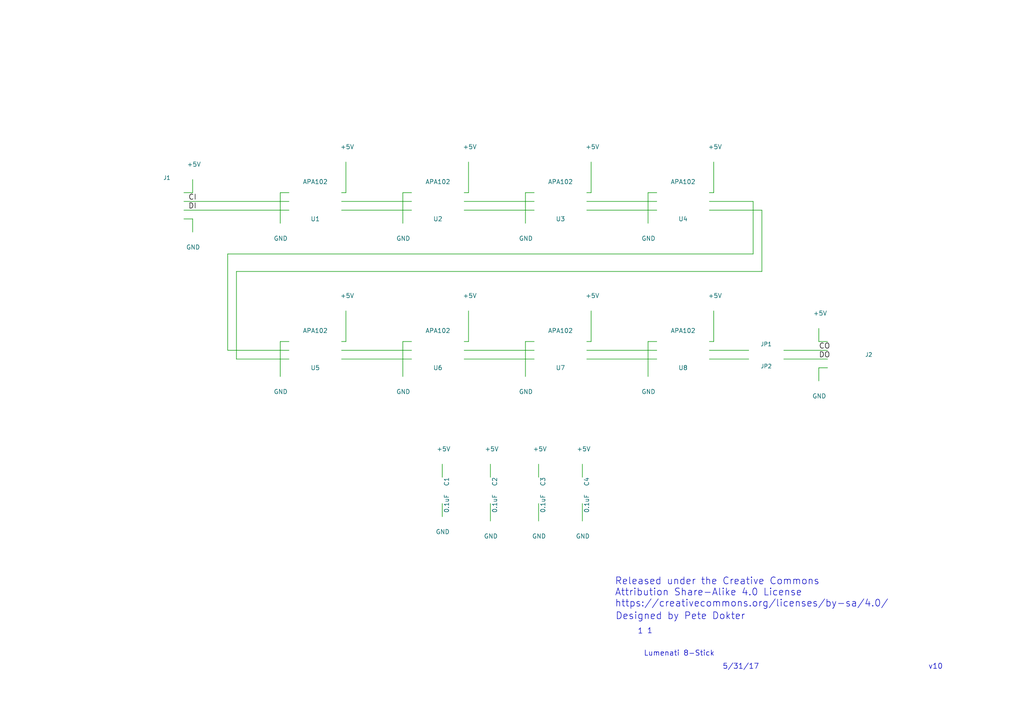
<source format=kicad_sch>
(kicad_sch (version 20230121) (generator eeschema)
  (paper "A4")
  (lib_symbols)
  (wire (pts (xy 53.34 63.5) (xy 55.88 63.5)))
  (wire (pts (xy 134.62 104.14) (xy 154.94 104.14)))
  (wire (pts (xy 205.74 104.14) (xy 217.17 104.14)))
  (wire (pts (xy 187.96 109.22) (xy 187.96 99.06)))
  (wire (pts (xy 83.82 99.06) (xy 81.28 99.06)))
  (wire (pts (xy 134.62 58.42) (xy 154.94 58.42)))
  (wire (pts (xy 99.06 55.88) (xy 100.33 55.88)))
  (wire (pts (xy 170.18 104.14) (xy 190.5 104.14)))
  (wire (pts (xy 83.82 104.14) (xy 68.58 104.14)))
  (wire (pts (xy 187.96 55.88) (xy 187.96 64.77)))
  (wire (pts (xy 68.58 78.74) (xy 68.58 104.14)))
  (wire (pts (xy 99.06 58.42) (xy 119.38 58.42)))
  (wire (pts (xy 154.94 99.06) (xy 152.4 99.06)))
  (wire (pts (xy 99.06 60.96) (xy 119.38 60.96)))
  (wire (pts (xy 190.5 55.88) (xy 187.96 55.88)))
  (wire (pts (xy 152.4 55.88) (xy 152.4 64.77)))
  (wire (pts (xy 100.33 90.17) (xy 100.33 99.06)))
  (wire (pts (xy 220.98 60.96) (xy 220.98 78.74)))
  (wire (pts (xy 99.06 104.14) (xy 119.38 104.14)))
  (wire (pts (xy 207.01 46.99) (xy 207.01 55.88)))
  (wire (pts (xy 134.62 60.96) (xy 154.94 60.96)))
  (wire (pts (xy 142.24 146.05) (xy 142.24 151.13)))
  (wire (pts (xy 240.03 106.68) (xy 237.49 106.68)))
  (wire (pts (xy 207.01 90.17) (xy 207.01 99.06)))
  (wire (pts (xy 154.94 55.88) (xy 152.4 55.88)))
  (wire (pts (xy 171.45 46.99) (xy 171.45 55.88)))
  (wire (pts (xy 218.44 73.66) (xy 66.04 73.66)))
  (wire (pts (xy 237.49 95.25) (xy 237.49 99.06)))
  (wire (pts (xy 81.28 99.06) (xy 81.28 109.22)))
  (wire (pts (xy 170.18 58.42) (xy 190.5 58.42)))
  (wire (pts (xy 116.84 64.77) (xy 116.84 55.88)))
  (wire (pts (xy 128.27 146.05) (xy 128.27 149.86)))
  (wire (pts (xy 227.33 101.6) (xy 240.03 101.6)))
  (wire (pts (xy 116.84 55.88) (xy 119.38 55.88)))
  (wire (pts (xy 207.01 99.06) (xy 205.74 99.06)))
  (wire (pts (xy 134.62 101.6) (xy 154.94 101.6)))
  (wire (pts (xy 53.34 60.96) (xy 83.82 60.96)))
  (wire (pts (xy 171.45 90.17) (xy 171.45 99.06)))
  (wire (pts (xy 55.88 63.5) (xy 55.88 67.31)))
  (wire (pts (xy 170.18 101.6) (xy 190.5 101.6)))
  (wire (pts (xy 237.49 99.06) (xy 240.03 99.06)))
  (wire (pts (xy 116.84 99.06) (xy 116.84 109.22)))
  (wire (pts (xy 81.28 55.88) (xy 81.28 64.77)))
  (wire (pts (xy 135.89 90.17) (xy 135.89 99.06)))
  (wire (pts (xy 187.96 99.06) (xy 190.5 99.06)))
  (wire (pts (xy 128.27 134.62) (xy 128.27 138.43)))
  (wire (pts (xy 135.89 46.99) (xy 135.89 55.88)))
  (wire (pts (xy 53.34 55.88) (xy 55.88 55.88)))
  (wire (pts (xy 168.91 146.05) (xy 168.91 151.13)))
  (wire (pts (xy 156.21 146.05) (xy 156.21 151.13)))
  (wire (pts (xy 168.91 134.62) (xy 168.91 138.43)))
  (wire (pts (xy 217.17 101.6) (xy 205.74 101.6)))
  (wire (pts (xy 66.04 101.6) (xy 83.82 101.6)))
  (wire (pts (xy 207.01 55.88) (xy 205.74 55.88)))
  (wire (pts (xy 171.45 99.06) (xy 170.18 99.06)))
  (wire (pts (xy 170.18 60.96) (xy 190.5 60.96)))
  (wire (pts (xy 135.89 99.06) (xy 134.62 99.06)))
  (wire (pts (xy 220.98 60.96) (xy 205.74 60.96)))
  (wire (pts (xy 156.21 134.62) (xy 156.21 138.43)))
  (wire (pts (xy 220.98 78.74) (xy 68.58 78.74)))
  (wire (pts (xy 205.74 58.42) (xy 218.44 58.42)))
  (wire (pts (xy 142.24 134.62) (xy 142.24 138.43)))
  (wire (pts (xy 218.44 58.42) (xy 218.44 73.66)))
  (wire (pts (xy 55.88 55.88) (xy 55.88 52.07)))
  (wire (pts (xy 100.33 99.06) (xy 99.06 99.06)))
  (wire (pts (xy 240.03 104.14) (xy 227.33 104.14)))
  (wire (pts (xy 237.49 106.68) (xy 237.49 110.49)))
  (wire (pts (xy 100.33 55.88) (xy 100.33 46.99)))
  (wire (pts (xy 171.45 55.88) (xy 170.18 55.88)))
  (wire (pts (xy 99.06 101.6) (xy 119.38 101.6)))
  (wire (pts (xy 66.04 73.66) (xy 66.04 101.6)))
  (wire (pts (xy 83.82 55.88) (xy 81.28 55.88)))
  (wire (pts (xy 53.34 58.42) (xy 83.82 58.42)))
  (wire (pts (xy 152.4 99.06) (xy 152.4 109.22)))
  (wire (pts (xy 119.38 99.06) (xy 116.84 99.06)))
  (wire (pts (xy 135.89 55.88) (xy 134.62 55.88)))
  (text "Released under the Creative Commons\nAttribution Share-Alike 4.0 License\nhttps://creativecommons.org/licenses/by-sa/4.0/" (at 178.308 176.3014 0) (effects (font (size 2.0066 2.0066)) (justify left bottom)))
  (text "v10" (at 269.24 194.31 0) (effects (font (size 1.524 1.524)) (justify left bottom)))
  (text "Lumenati 8-Stick" (at 186.69 190.5 0) (effects (font (size 1.524 1.524)) (justify left bottom)))
  (text "5/31/17" (at 209.55 194.31 0) (effects (font (size 1.524 1.524)) (justify left bottom)))
  (text "1" (at 184.912 184.0738 0) (effects (font (size 1.524 1.524)) (justify left bottom)))
  (text "1" (at 187.6552 183.9976 0) (effects (font (size 1.524 1.524)) (justify left bottom)))
  (text "Designed by Pete Dokter" (at 178.4604 179.959 0) (effects (font (size 2.0066 2.0066)) (justify left bottom)))
  (label "DO" (at 237.49 104.14 0) (effects (font (size 1.524 1.524))))
  (label "DI" (at 54.61 60.96 0) (effects (font (size 1.524 1.524))))
  (label "CO" (at 237.49 101.6 0) (effects (font (size 1.524 1.524))))
  (label "CI" (at 54.61 58.42 0) (effects (font (size 1.524 1.524))))
  (symbol (lib_id "APA102") (at 91.44 58.42 0) (mirror x) (unit 1)
    (property "Reference" "U1" (at 91.44 63.5 0))
    (property "Value" "APA102" (at 91.44 52.7304 0))
    (property "Footprint" "Pete:APA102_3" (effects hide))
    (property "Datasheet" "DOCUMENTATION" (effects hide))
  )
  (symbol (lib_id "APA102") (at 127 58.42 0) (mirror x) (unit 1)
    (property "Reference" "U2" (at 127 63.5 0))
    (property "Value" "APA102" (at 127 52.7304 0))
    (property "Footprint" "Pete:APA102_3" (effects hide))
    (property "Datasheet" "DOCUMENTATION" (effects hide))
  )
  (symbol (lib_id "APA102") (at 162.56 58.42 0) (mirror x) (unit 1)
    (property "Reference" "U3" (at 162.56 63.5 0))
    (property "Value" "APA102" (at 162.56 52.7304 0))
    (property "Footprint" "Pete:APA102_3" (effects hide))
    (property "Datasheet" "DOCUMENTATION" (effects hide))
  )
  (symbol (lib_id "APA102") (at 198.12 58.42 0) (mirror x) (unit 1)
    (property "Reference" "U4" (at 198.12 63.5 0))
    (property "Value" "APA102" (at 198.12 52.7304 0))
    (property "Footprint" "Pete:APA102_3" (effects hide))
    (property "Datasheet" "DOCUMENTATION" (effects hide))
  )
  (symbol (lib_id "APA102") (at 91.44 101.6 0) (mirror x) (unit 1)
    (property "Reference" "U5" (at 91.44 106.68 0))
    (property "Value" "APA102" (at 91.44 95.9104 0))
    (property "Footprint" "Pete:APA102_3" (effects hide))
    (property "Datasheet" "DOCUMENTATION" (effects hide))
  )
  (symbol (lib_id "APA102") (at 127 101.6 0) (mirror x) (unit 1)
    (property "Reference" "U6" (at 127 106.68 0))
    (property "Value" "APA102" (at 127 95.9104 0))
    (property "Footprint" "Pete:APA102_3" (effects hide))
    (property "Datasheet" "DOCUMENTATION" (effects hide))
  )
  (symbol (lib_id "APA102") (at 162.56 101.6 0) (mirror x) (unit 1)
    (property "Reference" "U7" (at 162.56 106.68 0))
    (property "Value" "APA102" (at 162.56 95.9104 0))
    (property "Footprint" "Pete:APA102_3" (effects hide))
    (property "Datasheet" "DOCUMENTATION" (effects hide))
  )
  (symbol (lib_id "APA102") (at 198.12 101.6 0) (mirror x) (unit 1)
    (property "Reference" "U8" (at 198.12 106.68 0))
    (property "Value" "APA102" (at 198.12 95.9104 0))
    (property "Footprint" "Pete:APA102_3" (effects hide))
    (property "Datasheet" "DOCUMENTATION" (effects hide))
  )
  (symbol (lib_id "C") (at 128.27 142.24 180) (unit 1)
    (property "Reference" "C1" (at 129.54 139.7 90))
    (property "Value" "0.1uF" (at 129.54 146.05 90))
    (property "Footprint" "Pete:0603_revised" (effects hide))
  )
  (symbol (lib_id "C") (at 142.24 142.24 180) (unit 1)
    (property "Reference" "C2" (at 143.51 139.7 90))
    (property "Value" "0.1uF" (at 143.51 146.05 90))
    (property "Footprint" "Pete:0603_revised" (effects hide))
  )
  (symbol (lib_id "C") (at 156.21 142.24 180) (unit 1)
    (property "Reference" "C3" (at 157.48 139.7 90))
    (property "Value" "0.1uF" (at 157.48 146.05 90))
    (property "Footprint" "Pete:0603_revised" (effects hide))
  )
  (symbol (lib_id "C") (at 168.91 142.24 180) (unit 1)
    (property "Reference" "C4" (at 170.18 139.7 90))
    (property "Value" "0.1uF" (at 170.18 146.05 90))
    (property "Footprint" "Pete:0603_revised" (effects hide))
  )
  (symbol (lib_id "+5V") (at 100.33 46.99 0) (unit 1)
    (property "Reference" "#PWR01" (effects hide))
    (property "Value" "+5V" (at 100.711 42.5958 0))
  )
  (symbol (lib_id "GND") (at 187.96 64.77 0) (unit 1)
    (property "Reference" "#PWR02" (effects hide))
    (property "Value" "GND" (at 188.087 69.1642 0))
  )
  (symbol (lib_id "GND") (at 187.96 109.22 0) (unit 1)
    (property "Reference" "#PWR03" (effects hide))
    (property "Value" "GND" (at 188.087 113.6142 0))
  )
  (symbol (lib_id "+5V") (at 100.33 90.17 0) (unit 1)
    (property "Reference" "#PWR04" (effects hide))
    (property "Value" "+5V" (at 100.711 85.7758 0))
  )
  (symbol (lib_id "+5V") (at 55.88 52.07 0) (unit 1)
    (property "Reference" "#PWR05" (effects hide))
    (property "Value" "+5V" (at 56.261 47.6758 0))
  )
  (symbol (lib_id "GND") (at 55.88 67.31 0) (unit 1)
    (property "Reference" "#PWR06" (effects hide))
    (property "Value" "GND" (at 56.007 71.7042 0))
  )
  (symbol (lib_id "+5V") (at 135.89 90.17 0) (unit 1)
    (property "Reference" "#PWR07" (effects hide))
    (property "Value" "+5V" (at 136.271 85.7758 0))
  )
  (symbol (lib_id "+5V") (at 207.01 90.17 0) (unit 1)
    (property "Reference" "#PWR08" (effects hide))
    (property "Value" "+5V" (at 207.391 85.7758 0))
  )
  (symbol (lib_id "+5V") (at 171.45 90.17 0) (unit 1)
    (property "Reference" "#PWR09" (effects hide))
    (property "Value" "+5V" (at 171.831 85.7758 0))
  )
  (symbol (lib_id "GND") (at 152.4 109.22 0) (unit 1)
    (property "Reference" "#PWR010" (effects hide))
    (property "Value" "GND" (at 152.527 113.6142 0))
  )
  (symbol (lib_id "GND") (at 116.84 109.22 0) (unit 1)
    (property "Reference" "#PWR011" (effects hide))
    (property "Value" "GND" (at 116.967 113.6142 0))
  )
  (symbol (lib_id "GND") (at 81.28 109.22 0) (unit 1)
    (property "Reference" "#PWR012" (effects hide))
    (property "Value" "GND" (at 81.407 113.6142 0))
  )
  (symbol (lib_id "+5V") (at 135.89 46.99 0) (unit 1)
    (property "Reference" "#PWR013" (effects hide))
    (property "Value" "+5V" (at 136.271 42.5958 0))
  )
  (symbol (lib_id "+5V") (at 171.45 46.99 0) (unit 1)
    (property "Reference" "#PWR014" (effects hide))
    (property "Value" "+5V" (at 171.831 42.5958 0))
  )
  (symbol (lib_id "+5V") (at 207.01 46.99 0) (unit 1)
    (property "Reference" "#PWR015" (effects hide))
    (property "Value" "+5V" (at 207.391 42.5958 0))
  )
  (symbol (lib_id "GND") (at 152.4 64.77 0) (unit 1)
    (property "Reference" "#PWR016" (effects hide))
    (property "Value" "GND" (at 152.527 69.1642 0))
  )
  (symbol (lib_id "GND") (at 116.84 64.77 0) (unit 1)
    (property "Reference" "#PWR017" (effects hide))
    (property "Value" "GND" (at 116.967 69.1642 0))
  )
  (symbol (lib_id "GND") (at 81.28 64.77 0) (unit 1)
    (property "Reference" "#PWR018" (effects hide))
    (property "Value" "GND" (at 81.407 69.1642 0))
  )
  (symbol (lib_id "OSHW-LOGOMINI") (at 158.75 184.15 0) (unit 1)
    (property "Reference" "LOGO2" (effects hide))
    (property "Value" "OSHW-LOGOMINI" (effects hide))
    (property "Footprint" "SparkFun:OSHW-LOGO-MINI" (effects hide))
  )
  (symbol (lib_id "SFE_LOGO_NAME_FLAME.1_INCH") (at 86.36 196.85 0) (unit 1)
    (property "Reference" "LOGO1" (effects hide))
    (property "Value" "SFE_LOGO_NAME_FLAME.1_INCH" (effects hide))
    (property "Footprint" "SparkFun:SFE_LOGO_NAME_FLAME_.1" (effects hide))
  )
  (symbol (lib_id "GND") (at 128.27 149.86 0) (unit 1)
    (property "Reference" "#PWR019" (effects hide))
    (property "Value" "GND" (at 128.397 154.2542 0))
  )
  (symbol (lib_id "GND") (at 142.24 151.13 0) (unit 1)
    (property "Reference" "#PWR020" (effects hide))
    (property "Value" "GND" (at 142.367 155.5242 0))
  )
  (symbol (lib_id "GND") (at 156.21 151.13 0) (unit 1)
    (property "Reference" "#PWR021" (effects hide))
    (property "Value" "GND" (at 156.337 155.5242 0))
  )
  (symbol (lib_id "GND") (at 168.91 151.13 0) (unit 1)
    (property "Reference" "#PWR022" (effects hide))
    (property "Value" "GND" (at 169.037 155.5242 0))
  )
  (symbol (lib_id "+5V") (at 128.27 134.62 0) (unit 1)
    (property "Reference" "#PWR023" (effects hide))
    (property "Value" "+5V" (at 128.651 130.2258 0))
  )
  (symbol (lib_id "+5V") (at 142.24 134.62 0) (unit 1)
    (property "Reference" "#PWR024" (effects hide))
    (property "Value" "+5V" (at 142.621 130.2258 0))
  )
  (symbol (lib_id "+5V") (at 156.21 134.62 0) (unit 1)
    (property "Reference" "#PWR025" (effects hide))
    (property "Value" "+5V" (at 156.591 130.2258 0))
  )
  (symbol (lib_id "+5V") (at 168.91 134.62 0) (unit 1)
    (property "Reference" "#PWR026" (effects hide))
    (property "Value" "+5V" (at 169.291 130.2258 0))
  )
  (symbol (lib_id "CONN_041X04_NO_SILK") (at 48.26 60.96 0) (unit 1)
    (property "Reference" "J1" (at 48.4124 51.562 0) (effects (font (size 1.143 1.143))))
    (property "Value" "CONN_041X04_NO_SILK" (effects hide))
    (property "Footprint" "SFE_Connectors:1X04_NO_SILK" (effects hide))
  )
  (symbol (lib_id "CONN_041X04_NO_SILK") (at 245.11 101.6 180) (unit 1)
    (property "Reference" "J2" (at 250.9012 102.87 0) (effects (font (size 1.143 1.143)) (justify right)))
    (property "Value" "CONN_041X04_NO_SILK" (effects hide))
    (property "Footprint" "SFE_Connectors:1X04_NO_SILK" (effects hide))
  )
  (symbol (lib_id "+5V") (at 237.49 95.25 0) (unit 1)
    (property "Reference" "#PWR027" (effects hide))
    (property "Value" "+5V" (at 237.871 90.8558 0))
  )
  (symbol (lib_id "GND") (at 237.49 110.49 0) (unit 1)
    (property "Reference" "#PWR028" (effects hide))
    (property "Value" "GND" (at 237.617 114.8842 0))
  )
  (symbol (lib_id "FIDUCIAL1X2") (at 281.94 162.56 0) (unit 1)
    (property "Reference" "FD2" (effects hide))
    (property "Value" "FIDUCIAL1X2" (effects hide))
    (property "Datasheet" "XXX-00000" (effects hide))
  )
  (symbol (lib_id "FIDUCIAL1X2") (at 281.94 158.75 0) (unit 1)
    (property "Reference" "FD1" (effects hide))
    (property "Value" "FIDUCIAL1X2" (effects hide))
    (property "Datasheet" "XXX-00000" (effects hide))
  )
  (symbol (lib_id "JUMPER-SMT_2_NC_TRACE_SILK") (at 222.25 101.6 0) (unit 1)
    (property "Reference" "JP1" (at 222.2246 99.822 0) (effects (font (size 1.143 1.143))))
    (property "Value" "JUMPER-SMT_2_NC_TRACE_SILK" (effects hide))
    (property "Footprint" "Jumpers:SMT-JUMPER_2_NC_TRACE_SILK" (effects hide))
    (property "Datasheet" "XXX-00000" (effects hide))
  )
  (symbol (lib_id "JUMPER-SMT_2_NC_TRACE_SILK") (at 222.25 104.14 0) (unit 1)
    (property "Reference" "JP2" (at 222.25 106.2228 0) (effects (font (size 1.143 1.143))))
    (property "Value" "JUMPER-SMT_2_NC_TRACE_SILK" (effects hide))
    (property "Footprint" "Jumpers:SMT-JUMPER_2_NC_TRACE_SILK" (effects hide))
    (property "Datasheet" "XXX-00000" (effects hide))
  )
)
</source>
